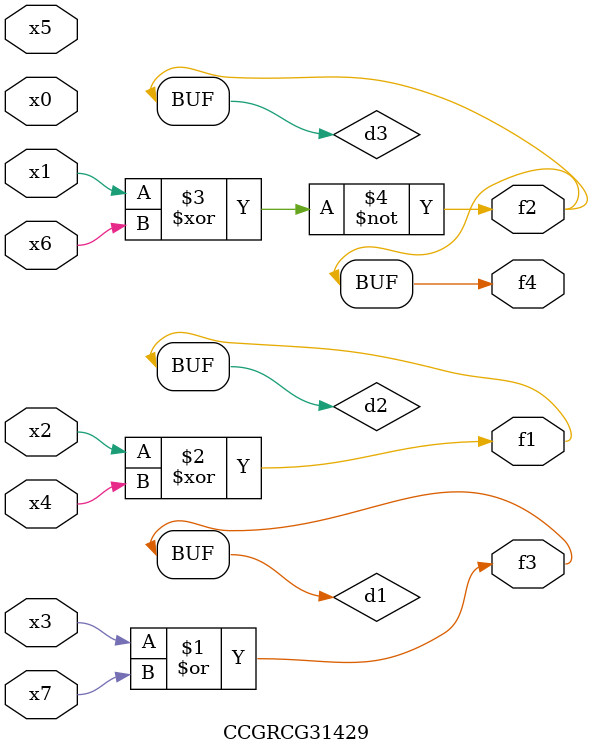
<source format=v>
module CCGRCG31429(
	input x0, x1, x2, x3, x4, x5, x6, x7,
	output f1, f2, f3, f4
);

	wire d1, d2, d3;

	or (d1, x3, x7);
	xor (d2, x2, x4);
	xnor (d3, x1, x6);
	assign f1 = d2;
	assign f2 = d3;
	assign f3 = d1;
	assign f4 = d3;
endmodule

</source>
